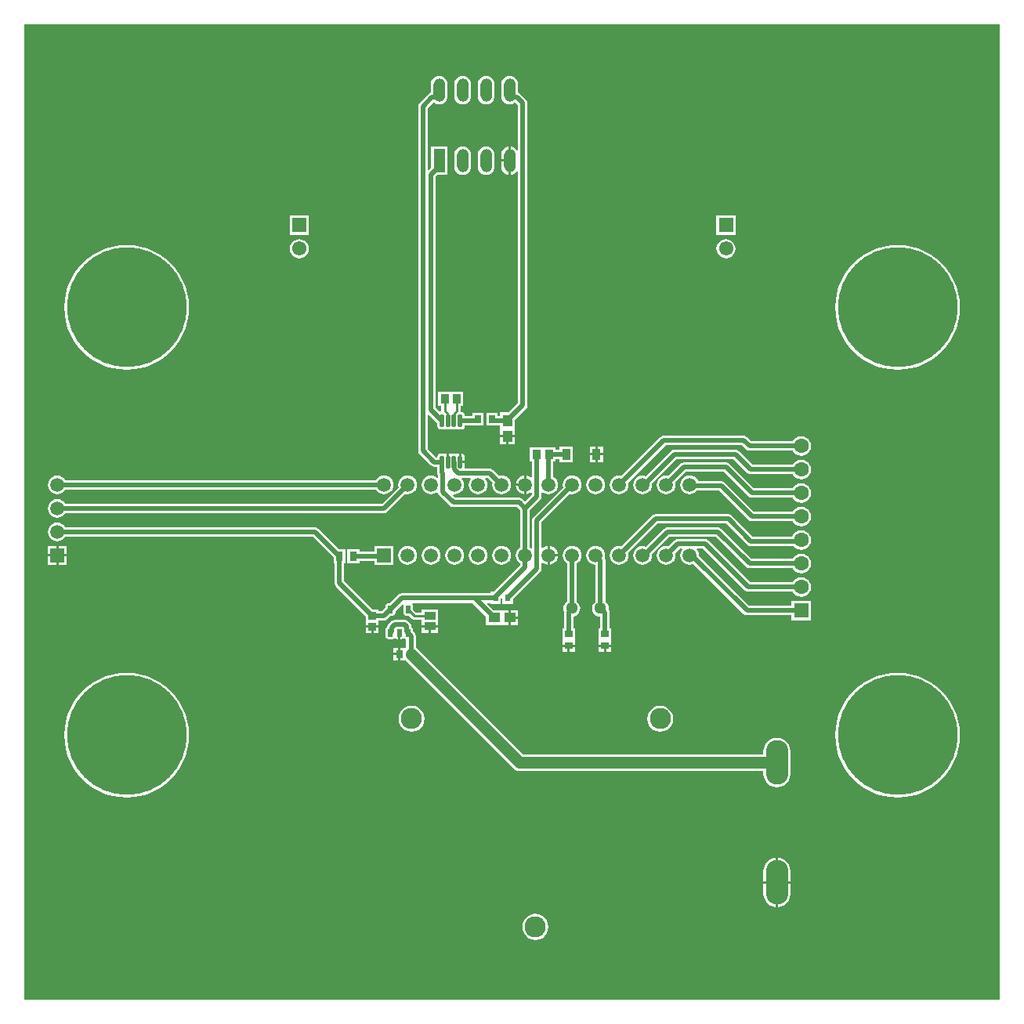
<source format=gtl>
G04*
G04 #@! TF.GenerationSoftware,Altium Limited,Altium Designer,20.0.12 (288)*
G04*
G04 Layer_Physical_Order=1*
G04 Layer_Color=255*
%FSLAX24Y24*%
%MOIN*%
G70*
G01*
G75*
%ADD14C,0.0100*%
%ADD45R,0.0354X0.0413*%
%ADD46R,0.0358X0.0480*%
%ADD47R,0.0276X0.0354*%
G04:AMPARAMS|DCode=48|XSize=17.7mil|YSize=53.1mil|CornerRadius=1.9mil|HoleSize=0mil|Usage=FLASHONLY|Rotation=0.000|XOffset=0mil|YOffset=0mil|HoleType=Round|Shape=RoundedRectangle|*
%AMROUNDEDRECTD48*
21,1,0.0177,0.0493,0,0,0.0*
21,1,0.0138,0.0531,0,0,0.0*
1,1,0.0039,0.0069,-0.0246*
1,1,0.0039,-0.0069,-0.0246*
1,1,0.0039,-0.0069,0.0246*
1,1,0.0039,0.0069,0.0246*
%
%ADD48ROUNDEDRECTD48*%
%ADD49R,0.0433X0.0492*%
%ADD50R,0.0335X0.0295*%
%ADD51R,0.0354X0.0394*%
%ADD52R,0.0492X0.0433*%
%ADD53R,0.0335X0.0335*%
G04:AMPARAMS|DCode=54|XSize=21.7mil|YSize=31.5mil|CornerRadius=1.9mil|HoleSize=0mil|Usage=FLASHONLY|Rotation=180.000|XOffset=0mil|YOffset=0mil|HoleType=Round|Shape=RoundedRectangle|*
%AMROUNDEDRECTD54*
21,1,0.0217,0.0276,0,0,180.0*
21,1,0.0178,0.0315,0,0,180.0*
1,1,0.0039,-0.0089,0.0138*
1,1,0.0039,0.0089,0.0138*
1,1,0.0039,0.0089,-0.0138*
1,1,0.0039,-0.0089,-0.0138*
%
%ADD54ROUNDEDRECTD54*%
%ADD55R,0.0295X0.0335*%
%ADD56R,0.0512X0.0354*%
%ADD57R,0.0315X0.0394*%
%ADD58R,0.0236X0.0315*%
%ADD59C,0.0200*%
%ADD60C,0.0500*%
%ADD61C,0.0630*%
%ADD62R,0.0630X0.0630*%
%ADD63R,0.0500X0.1000*%
%ADD64O,0.0500X0.1000*%
%ADD65R,0.0610X0.0610*%
%ADD66C,0.0610*%
%ADD67C,0.5100*%
%ADD68C,0.0594*%
%ADD69R,0.0594X0.0594*%
%ADD70O,0.0949X0.1898*%
%ADD71C,0.0902*%
%ADD72C,0.0512*%
%ADD73C,0.0591*%
%ADD74R,0.0591X0.0591*%
G36*
X41500Y8850D02*
X0D01*
Y50350D01*
X41500D01*
Y8850D01*
D02*
G37*
%LPC*%
G36*
X19650Y48153D02*
X19559Y48141D01*
X19473Y48106D01*
X19400Y48050D01*
X19344Y47977D01*
X19309Y47891D01*
X19297Y47800D01*
Y47300D01*
X19309Y47209D01*
X19344Y47123D01*
X19400Y47050D01*
X19473Y46994D01*
X19559Y46959D01*
X19650Y46947D01*
X19741Y46959D01*
X19827Y46994D01*
X19900Y47050D01*
X19956Y47123D01*
X19991Y47209D01*
X20003Y47300D01*
Y47800D01*
X19991Y47891D01*
X19956Y47977D01*
X19900Y48050D01*
X19827Y48106D01*
X19741Y48141D01*
X19650Y48153D01*
D02*
G37*
G36*
X18650D02*
X18559Y48141D01*
X18473Y48106D01*
X18400Y48050D01*
X18344Y47977D01*
X18309Y47891D01*
X18297Y47800D01*
Y47300D01*
X18309Y47209D01*
X18344Y47123D01*
X18400Y47050D01*
X18473Y46994D01*
X18559Y46959D01*
X18650Y46947D01*
X18741Y46959D01*
X18827Y46994D01*
X18900Y47050D01*
X18956Y47123D01*
X18991Y47209D01*
X19003Y47300D01*
Y47800D01*
X18991Y47891D01*
X18956Y47977D01*
X18900Y48050D01*
X18827Y48106D01*
X18741Y48141D01*
X18650Y48153D01*
D02*
G37*
G36*
X17650D02*
X17559Y48141D01*
X17473Y48106D01*
X17400Y48050D01*
X17344Y47977D01*
X17309Y47891D01*
X17297Y47800D01*
Y47437D01*
X17265Y47431D01*
X17198Y47387D01*
X16806Y46994D01*
X16762Y46928D01*
X16746Y46850D01*
Y32200D01*
X16762Y32122D01*
X16806Y32056D01*
X17282Y31580D01*
X17282Y31580D01*
X17348Y31536D01*
X17426Y31520D01*
X17562D01*
Y31284D01*
X17578Y31206D01*
X17596Y31178D01*
Y31086D01*
X17546Y31061D01*
X17500Y31097D01*
X17404Y31137D01*
X17300Y31150D01*
X17196Y31137D01*
X17100Y31097D01*
X17017Y31033D01*
X16953Y30950D01*
X16913Y30854D01*
X16900Y30750D01*
X16913Y30646D01*
X16953Y30550D01*
X17017Y30467D01*
X17100Y30403D01*
X17196Y30363D01*
X17300Y30350D01*
X17404Y30363D01*
X17500Y30403D01*
X17547Y30439D01*
X17602Y30419D01*
X17612Y30372D01*
X17656Y30306D01*
X18106Y29856D01*
X18172Y29812D01*
X18250Y29796D01*
X20966D01*
X21096Y29666D01*
Y28094D01*
X21017Y28033D01*
X20953Y27950D01*
X20913Y27854D01*
X20900Y27750D01*
X20913Y27646D01*
X20953Y27550D01*
X21017Y27467D01*
X21096Y27406D01*
Y27334D01*
X19969Y26207D01*
X19832D01*
Y26135D01*
X16055D01*
X15977Y26119D01*
X15911Y26075D01*
X15547Y25712D01*
X15487D01*
X15441Y25703D01*
X15401Y25676D01*
X15375Y25637D01*
X15365Y25590D01*
Y25530D01*
X15216Y25380D01*
X15067D01*
Y25444D01*
X14821D01*
X13609Y26656D01*
Y27403D01*
X13662D01*
Y27997D01*
X13396D01*
X12499Y28894D01*
X12433Y28938D01*
X12355Y28954D01*
X1742D01*
X1682Y29032D01*
X1599Y29095D01*
X1503Y29135D01*
X1400Y29149D01*
X1297Y29135D01*
X1201Y29095D01*
X1118Y29032D01*
X1055Y28949D01*
X1015Y28853D01*
X1001Y28750D01*
X1015Y28647D01*
X1055Y28551D01*
X1118Y28468D01*
X1201Y28405D01*
X1297Y28365D01*
X1400Y28351D01*
X1503Y28365D01*
X1599Y28405D01*
X1682Y28468D01*
X1742Y28546D01*
X12270D01*
X13147Y27669D01*
Y27403D01*
X13201D01*
Y26572D01*
X13216Y26494D01*
X13261Y26427D01*
X14533Y25155D01*
Y24909D01*
Y24774D01*
X14800D01*
X15067D01*
Y24972D01*
X15300D01*
X15378Y24988D01*
X15445Y25032D01*
X15605Y25192D01*
X15665D01*
X15711Y25201D01*
X15751Y25228D01*
X15777Y25267D01*
X15787Y25314D01*
Y25374D01*
X16090Y25677D01*
X16129Y25646D01*
X16123Y25637D01*
X16113Y25590D01*
Y25314D01*
X16123Y25267D01*
X16149Y25228D01*
X16189Y25201D01*
X16235Y25192D01*
X16368D01*
X16501Y25058D01*
X16551Y25025D01*
X16609Y25014D01*
X16894D01*
Y24783D01*
X17250D01*
X17606D01*
Y24889D01*
Y25444D01*
X16894D01*
Y25319D01*
X16673D01*
X16535Y25458D01*
Y25590D01*
X16525Y25637D01*
X16499Y25676D01*
X16498Y25677D01*
X16513Y25727D01*
X19066D01*
X19635Y25158D01*
Y24783D01*
X20600D01*
Y25100D01*
Y25417D01*
X19953D01*
X19689Y25681D01*
X19708Y25727D01*
X19832D01*
Y25693D01*
X20268D01*
Y25923D01*
X20296Y25946D01*
X20344Y25925D01*
Y25693D01*
X20780D01*
Y25880D01*
X21944Y27044D01*
X21988Y27110D01*
X22004Y27188D01*
X22004Y27188D01*
Y27414D01*
X22054Y27439D01*
X22100Y27403D01*
X22196Y27363D01*
X22250Y27356D01*
Y27750D01*
Y28144D01*
X22196Y28137D01*
X22100Y28097D01*
X22054Y28061D01*
X22004Y28086D01*
Y29166D01*
X23201Y30363D01*
X23300Y30350D01*
X23404Y30363D01*
X23500Y30403D01*
X23583Y30467D01*
X23647Y30550D01*
X23687Y30646D01*
X23700Y30750D01*
X23687Y30854D01*
X23647Y30950D01*
X23583Y31033D01*
X23500Y31097D01*
X23404Y31137D01*
X23300Y31150D01*
X23196Y31137D01*
X23100Y31097D01*
X23017Y31033D01*
X22953Y30950D01*
X22913Y30854D01*
X22900Y30750D01*
X22913Y30651D01*
X21656Y29394D01*
X21612Y29328D01*
X21596Y29250D01*
Y28086D01*
X21546Y28061D01*
X21504Y28094D01*
Y29666D01*
X21941Y30103D01*
X21985Y30169D01*
X22001Y30247D01*
Y30416D01*
X22051Y30441D01*
X22100Y30403D01*
X22196Y30363D01*
X22300Y30350D01*
X22404Y30363D01*
X22500Y30403D01*
X22583Y30467D01*
X22647Y30550D01*
X22687Y30646D01*
X22700Y30750D01*
X22687Y30854D01*
X22647Y30950D01*
X22583Y31033D01*
X22504Y31094D01*
Y31743D01*
X22593D01*
Y31846D01*
X22777D01*
Y31710D01*
X23335D01*
Y32390D01*
X22777D01*
Y32254D01*
X22593D01*
Y32357D01*
X21507D01*
Y31743D01*
X21580D01*
Y31092D01*
X21535Y31070D01*
X21500Y31097D01*
X21404Y31137D01*
X21350Y31144D01*
Y30750D01*
Y30356D01*
X21404Y30363D01*
X21500Y30403D01*
X21543Y30436D01*
X21593Y30412D01*
Y30331D01*
X21300Y30038D01*
X21194Y30144D01*
X21128Y30188D01*
X21050Y30204D01*
X18334D01*
X18230Y30309D01*
X18253Y30356D01*
X18300Y30350D01*
X18404Y30363D01*
X18500Y30403D01*
X18583Y30467D01*
X18647Y30550D01*
X18687Y30646D01*
X18700Y30750D01*
X18687Y30854D01*
X18647Y30950D01*
X18611Y30996D01*
X18636Y31046D01*
X18964D01*
X18989Y30996D01*
X18953Y30950D01*
X18913Y30854D01*
X18900Y30750D01*
X18913Y30646D01*
X18953Y30550D01*
X19017Y30467D01*
X19100Y30403D01*
X19196Y30363D01*
X19300Y30350D01*
X19404Y30363D01*
X19500Y30403D01*
X19583Y30467D01*
X19647Y30550D01*
X19687Y30646D01*
X19700Y30750D01*
X19687Y30854D01*
X19647Y30950D01*
X19611Y30996D01*
X19636Y31046D01*
X19716D01*
X19913Y30849D01*
X19900Y30750D01*
X19913Y30646D01*
X19953Y30550D01*
X20017Y30467D01*
X20100Y30403D01*
X20196Y30363D01*
X20300Y30350D01*
X20404Y30363D01*
X20500Y30403D01*
X20583Y30467D01*
X20647Y30550D01*
X20687Y30646D01*
X20700Y30750D01*
X20687Y30854D01*
X20647Y30950D01*
X20583Y31033D01*
X20500Y31097D01*
X20404Y31137D01*
X20300Y31150D01*
X20201Y31137D01*
X19944Y31394D01*
X19878Y31438D01*
X19800Y31454D01*
X18744D01*
X18725Y31478D01*
Y31674D01*
X18534D01*
Y31724D01*
X18500D01*
X18488Y31780D01*
X18484Y31787D01*
Y32092D01*
X18465D01*
X18418Y32083D01*
X18406Y32075D01*
X18394Y32083D01*
X18347Y32092D01*
X18209D01*
X18162Y32083D01*
X18150Y32075D01*
X18138Y32083D01*
X18091Y32092D01*
X18072D01*
Y31724D01*
X17972D01*
Y32092D01*
X17953D01*
X17906Y32083D01*
X17894Y32075D01*
X17882Y32083D01*
X17835Y32092D01*
X17697D01*
X17650Y32083D01*
X17611Y32056D01*
X17584Y32017D01*
X17575Y31970D01*
Y31928D01*
X17510D01*
X17154Y32284D01*
Y33729D01*
X17204Y33750D01*
X17542Y33411D01*
X17545Y33398D01*
X17575Y33353D01*
Y33230D01*
X17584Y33183D01*
X17611Y33144D01*
X17650Y33117D01*
X17697Y33108D01*
X17835D01*
X17882Y33117D01*
X17894Y33125D01*
X17906Y33117D01*
X17953Y33108D01*
X18091D01*
X18138Y33117D01*
X18150Y33125D01*
X18162Y33117D01*
X18209Y33108D01*
X18347D01*
X18394Y33117D01*
X18406Y33125D01*
X18418Y33117D01*
X18465Y33108D01*
X18603D01*
X18650Y33117D01*
X18689Y33144D01*
X18716Y33183D01*
X18725Y33230D01*
Y33272D01*
X19267D01*
X19271Y33273D01*
X19543D01*
Y33827D01*
X19067D01*
Y33680D01*
X18725D01*
Y33722D01*
X18716Y33769D01*
X18689Y33808D01*
X18650Y33835D01*
X18603Y33844D01*
X18582D01*
X18550Y33883D01*
X18553Y33897D01*
Y34103D01*
X18677D01*
Y34697D01*
X17611D01*
Y34103D01*
X17735D01*
Y33909D01*
X17695Y33875D01*
X17658Y33873D01*
X17504Y34027D01*
Y43866D01*
X17588Y43950D01*
X18000D01*
Y45150D01*
X17300D01*
Y44238D01*
X17204Y44142D01*
X17154Y44163D01*
Y46766D01*
X17422Y47034D01*
X17473Y46994D01*
X17559Y46959D01*
X17650Y46947D01*
X17741Y46959D01*
X17827Y46994D01*
X17900Y47050D01*
X17956Y47123D01*
X17991Y47209D01*
X18003Y47300D01*
Y47800D01*
X17991Y47891D01*
X17981Y47916D01*
X17977Y47935D01*
X17966Y47952D01*
X17956Y47977D01*
X17900Y48050D01*
X17827Y48106D01*
X17741Y48141D01*
X17650Y48153D01*
D02*
G37*
G36*
X20650D02*
X20559Y48141D01*
X20473Y48106D01*
X20400Y48050D01*
X20344Y47977D01*
X20309Y47891D01*
X20297Y47800D01*
Y47300D01*
X20309Y47209D01*
X20344Y47123D01*
X20400Y47050D01*
X20473Y46994D01*
X20559Y46959D01*
X20650Y46947D01*
X20741Y46959D01*
X20827Y46994D01*
X20878Y47034D01*
X20996Y46916D01*
Y45004D01*
X20946Y44989D01*
X20900Y45050D01*
X20827Y45106D01*
X20741Y45141D01*
X20700Y45146D01*
Y44550D01*
Y43954D01*
X20741Y43959D01*
X20827Y43994D01*
X20900Y44050D01*
X20946Y44111D01*
X20996Y44096D01*
Y34219D01*
X20608Y33831D01*
X20233D01*
Y33689D01*
X20133D01*
Y33827D01*
X19657D01*
Y33273D01*
X20133D01*
Y33281D01*
X20233D01*
Y33139D01*
Y32865D01*
X20550D01*
X20867D01*
Y33139D01*
Y33513D01*
X21344Y33990D01*
X21344Y33990D01*
X21388Y34057D01*
X21404Y34135D01*
X21404Y34135D01*
Y47000D01*
X21388Y47078D01*
X21344Y47144D01*
X21102Y47387D01*
X21035Y47431D01*
X21003Y47437D01*
Y47800D01*
X20991Y47891D01*
X20956Y47977D01*
X20900Y48050D01*
X20827Y48106D01*
X20741Y48141D01*
X20650Y48153D01*
D02*
G37*
G36*
X20600Y45146D02*
X20559Y45141D01*
X20473Y45106D01*
X20400Y45050D01*
X20344Y44977D01*
X20309Y44891D01*
X20297Y44800D01*
Y44600D01*
X20600D01*
Y45146D01*
D02*
G37*
G36*
Y44500D02*
X20297D01*
Y44300D01*
X20309Y44209D01*
X20344Y44123D01*
X20400Y44050D01*
X20473Y43994D01*
X20559Y43959D01*
X20600Y43954D01*
Y44500D01*
D02*
G37*
G36*
X19650Y45153D02*
X19559Y45141D01*
X19473Y45106D01*
X19400Y45050D01*
X19344Y44977D01*
X19309Y44891D01*
X19297Y44800D01*
Y44300D01*
X19309Y44209D01*
X19344Y44123D01*
X19400Y44050D01*
X19473Y43994D01*
X19559Y43959D01*
X19650Y43947D01*
X19741Y43959D01*
X19827Y43994D01*
X19900Y44050D01*
X19956Y44123D01*
X19991Y44209D01*
X20003Y44300D01*
Y44800D01*
X19991Y44891D01*
X19956Y44977D01*
X19900Y45050D01*
X19827Y45106D01*
X19741Y45141D01*
X19650Y45153D01*
D02*
G37*
G36*
X18650D02*
X18559Y45141D01*
X18473Y45106D01*
X18400Y45050D01*
X18344Y44977D01*
X18309Y44891D01*
X18297Y44800D01*
Y44300D01*
X18309Y44209D01*
X18344Y44123D01*
X18400Y44050D01*
X18473Y43994D01*
X18559Y43959D01*
X18650Y43947D01*
X18741Y43959D01*
X18827Y43994D01*
X18900Y44050D01*
X18956Y44123D01*
X18991Y44209D01*
X19003Y44300D01*
Y44800D01*
X18991Y44891D01*
X18956Y44977D01*
X18900Y45050D01*
X18827Y45106D01*
X18741Y45141D01*
X18650Y45153D01*
D02*
G37*
G36*
X30255Y42205D02*
X29445D01*
Y41395D01*
X30255D01*
Y42205D01*
D02*
G37*
G36*
X12105D02*
X11295D01*
Y41395D01*
X12105D01*
Y42205D01*
D02*
G37*
G36*
X29850Y41209D02*
X29744Y41195D01*
X29646Y41154D01*
X29561Y41089D01*
X29496Y41004D01*
X29455Y40906D01*
X29441Y40800D01*
X29455Y40694D01*
X29496Y40596D01*
X29561Y40511D01*
X29646Y40446D01*
X29744Y40405D01*
X29850Y40391D01*
X29956Y40405D01*
X30054Y40446D01*
X30139Y40511D01*
X30204Y40596D01*
X30245Y40694D01*
X30259Y40800D01*
X30245Y40906D01*
X30204Y41004D01*
X30139Y41089D01*
X30054Y41154D01*
X29956Y41195D01*
X29850Y41209D01*
D02*
G37*
G36*
X11700D02*
X11594Y41195D01*
X11496Y41154D01*
X11411Y41089D01*
X11346Y41004D01*
X11305Y40906D01*
X11291Y40800D01*
X11305Y40694D01*
X11346Y40596D01*
X11411Y40511D01*
X11496Y40446D01*
X11594Y40405D01*
X11700Y40391D01*
X11806Y40405D01*
X11904Y40446D01*
X11989Y40511D01*
X12054Y40596D01*
X12095Y40694D01*
X12109Y40800D01*
X12095Y40906D01*
X12054Y41004D01*
X11989Y41089D01*
X11904Y41154D01*
X11806Y41195D01*
X11700Y41209D01*
D02*
G37*
G36*
X37150Y40954D02*
X36853Y40937D01*
X36559Y40888D01*
X36273Y40805D01*
X35998Y40691D01*
X35738Y40547D01*
X35495Y40375D01*
X35273Y40177D01*
X35075Y39955D01*
X34903Y39712D01*
X34759Y39452D01*
X34645Y39177D01*
X34562Y38891D01*
X34513Y38597D01*
X34496Y38300D01*
X34513Y38003D01*
X34562Y37709D01*
X34645Y37423D01*
X34759Y37148D01*
X34903Y36888D01*
X35075Y36645D01*
X35273Y36423D01*
X35495Y36225D01*
X35738Y36053D01*
X35998Y35909D01*
X36273Y35795D01*
X36559Y35712D01*
X36853Y35663D01*
X37150Y35646D01*
X37447Y35663D01*
X37741Y35712D01*
X38027Y35795D01*
X38302Y35909D01*
X38562Y36053D01*
X38805Y36225D01*
X39027Y36423D01*
X39225Y36645D01*
X39397Y36888D01*
X39541Y37148D01*
X39655Y37423D01*
X39738Y37709D01*
X39787Y38003D01*
X39804Y38300D01*
X39787Y38597D01*
X39738Y38891D01*
X39655Y39177D01*
X39541Y39452D01*
X39397Y39712D01*
X39225Y39955D01*
X39027Y40177D01*
X38805Y40375D01*
X38562Y40547D01*
X38302Y40691D01*
X38027Y40805D01*
X37741Y40888D01*
X37447Y40937D01*
X37150Y40954D01*
D02*
G37*
G36*
X4350D02*
X4053Y40937D01*
X3759Y40888D01*
X3473Y40805D01*
X3198Y40691D01*
X2938Y40547D01*
X2695Y40375D01*
X2473Y40177D01*
X2275Y39955D01*
X2103Y39712D01*
X1959Y39452D01*
X1845Y39177D01*
X1762Y38891D01*
X1713Y38597D01*
X1696Y38300D01*
X1713Y38003D01*
X1762Y37709D01*
X1845Y37423D01*
X1959Y37148D01*
X2103Y36888D01*
X2275Y36645D01*
X2473Y36423D01*
X2695Y36225D01*
X2938Y36053D01*
X3198Y35909D01*
X3473Y35795D01*
X3759Y35712D01*
X4053Y35663D01*
X4350Y35646D01*
X4647Y35663D01*
X4941Y35712D01*
X5227Y35795D01*
X5502Y35909D01*
X5762Y36053D01*
X6005Y36225D01*
X6227Y36423D01*
X6425Y36645D01*
X6597Y36888D01*
X6741Y37148D01*
X6855Y37423D01*
X6938Y37709D01*
X6987Y38003D01*
X7004Y38300D01*
X6987Y38597D01*
X6938Y38891D01*
X6855Y39177D01*
X6741Y39452D01*
X6597Y39712D01*
X6425Y39955D01*
X6227Y40177D01*
X6005Y40375D01*
X5762Y40547D01*
X5502Y40691D01*
X5227Y40805D01*
X4941Y40888D01*
X4647Y40937D01*
X4350Y40954D01*
D02*
G37*
G36*
X20867Y32765D02*
X20600D01*
Y32469D01*
X20867D01*
Y32765D01*
D02*
G37*
G36*
X20500D02*
X20233D01*
Y32469D01*
X20500D01*
Y32765D01*
D02*
G37*
G36*
X24623Y32390D02*
X24394D01*
Y32100D01*
X24623D01*
Y32390D01*
D02*
G37*
G36*
X24294D02*
X24065D01*
Y32100D01*
X24294D01*
Y32390D01*
D02*
G37*
G36*
X30600Y32854D02*
X27200D01*
X27122Y32838D01*
X27056Y32794D01*
X25399Y31137D01*
X25300Y31150D01*
X25196Y31137D01*
X25100Y31097D01*
X25017Y31033D01*
X24953Y30950D01*
X24913Y30854D01*
X24900Y30750D01*
X24913Y30646D01*
X24953Y30550D01*
X25017Y30467D01*
X25100Y30403D01*
X25196Y30363D01*
X25300Y30350D01*
X25404Y30363D01*
X25500Y30403D01*
X25583Y30467D01*
X25647Y30550D01*
X25687Y30646D01*
X25700Y30750D01*
X25687Y30849D01*
X27284Y32446D01*
X30516D01*
X30706Y32256D01*
X30772Y32212D01*
X30850Y32196D01*
X32685D01*
X32688Y32191D01*
X32754Y32104D01*
X32841Y32038D01*
X32942Y31996D01*
X33050Y31981D01*
X33158Y31996D01*
X33259Y32038D01*
X33346Y32104D01*
X33412Y32191D01*
X33454Y32292D01*
X33469Y32400D01*
X33454Y32508D01*
X33412Y32609D01*
X33346Y32696D01*
X33259Y32762D01*
X33158Y32804D01*
X33050Y32819D01*
X32942Y32804D01*
X32841Y32762D01*
X32754Y32696D01*
X32688Y32609D01*
X32685Y32604D01*
X30934D01*
X30744Y32794D01*
X30678Y32838D01*
X30600Y32854D01*
D02*
G37*
G36*
X18603Y32092D02*
X18584D01*
Y31774D01*
X18725D01*
Y31970D01*
X18716Y32017D01*
X18689Y32056D01*
X18650Y32083D01*
X18603Y32092D01*
D02*
G37*
G36*
X24623Y32000D02*
X24394D01*
Y31710D01*
X24623D01*
Y32000D01*
D02*
G37*
G36*
X24294D02*
X24065D01*
Y31710D01*
X24294D01*
Y32000D01*
D02*
G37*
G36*
X27650Y32254D02*
X27572Y32238D01*
X27506Y32194D01*
X26435Y31124D01*
X26404Y31137D01*
X26300Y31150D01*
X26196Y31137D01*
X26100Y31097D01*
X26017Y31033D01*
X25953Y30950D01*
X25913Y30854D01*
X25900Y30750D01*
X25913Y30646D01*
X25953Y30550D01*
X26017Y30467D01*
X26100Y30403D01*
X26196Y30363D01*
X26300Y30350D01*
X26404Y30363D01*
X26500Y30403D01*
X26583Y30467D01*
X26647Y30550D01*
X26687Y30646D01*
X26700Y30750D01*
X26693Y30805D01*
X27734Y31846D01*
X30166D01*
X30756Y31256D01*
X30822Y31212D01*
X30900Y31196D01*
X32685D01*
X32688Y31191D01*
X32754Y31104D01*
X32841Y31038D01*
X32942Y30996D01*
X33050Y30981D01*
X33158Y30996D01*
X33259Y31038D01*
X33346Y31104D01*
X33412Y31191D01*
X33454Y31292D01*
X33469Y31400D01*
X33454Y31508D01*
X33412Y31609D01*
X33346Y31696D01*
X33259Y31762D01*
X33158Y31804D01*
X33050Y31819D01*
X32942Y31804D01*
X32841Y31762D01*
X32754Y31696D01*
X32688Y31609D01*
X32685Y31604D01*
X30984D01*
X30394Y32194D01*
X30328Y32238D01*
X30250Y32254D01*
X27650D01*
X27650Y32254D01*
D02*
G37*
G36*
X15300Y31150D02*
X15196Y31137D01*
X15100Y31097D01*
X15017Y31033D01*
X14956Y30954D01*
X1742D01*
X1682Y31032D01*
X1599Y31095D01*
X1503Y31135D01*
X1400Y31149D01*
X1297Y31135D01*
X1201Y31095D01*
X1118Y31032D01*
X1055Y30949D01*
X1015Y30853D01*
X1001Y30750D01*
X1015Y30647D01*
X1055Y30551D01*
X1118Y30468D01*
X1201Y30405D01*
X1297Y30365D01*
X1400Y30351D01*
X1503Y30365D01*
X1599Y30405D01*
X1682Y30468D01*
X1742Y30546D01*
X14956D01*
X15017Y30467D01*
X15100Y30403D01*
X15196Y30363D01*
X15300Y30350D01*
X15404Y30363D01*
X15500Y30403D01*
X15583Y30467D01*
X15647Y30550D01*
X15687Y30646D01*
X15700Y30750D01*
X15687Y30854D01*
X15647Y30950D01*
X15583Y31033D01*
X15500Y31097D01*
X15404Y31137D01*
X15300Y31150D01*
D02*
G37*
G36*
X21250Y31144D02*
X21196Y31137D01*
X21100Y31097D01*
X21017Y31033D01*
X20953Y30950D01*
X20913Y30854D01*
X20906Y30800D01*
X21250D01*
Y31144D01*
D02*
G37*
G36*
Y30700D02*
X20906D01*
X20913Y30646D01*
X20953Y30550D01*
X21017Y30467D01*
X21100Y30403D01*
X21196Y30363D01*
X21250Y30356D01*
Y30700D01*
D02*
G37*
G36*
X24300Y31150D02*
X24196Y31137D01*
X24100Y31097D01*
X24017Y31033D01*
X23953Y30950D01*
X23913Y30854D01*
X23900Y30750D01*
X23913Y30646D01*
X23953Y30550D01*
X24017Y30467D01*
X24100Y30403D01*
X24196Y30363D01*
X24300Y30350D01*
X24404Y30363D01*
X24500Y30403D01*
X24583Y30467D01*
X24647Y30550D01*
X24687Y30646D01*
X24700Y30750D01*
X24687Y30854D01*
X24647Y30950D01*
X24583Y31033D01*
X24500Y31097D01*
X24404Y31137D01*
X24300Y31150D01*
D02*
G37*
G36*
X16300D02*
X16196Y31137D01*
X16100Y31097D01*
X16017Y31033D01*
X15953Y30950D01*
X15913Y30854D01*
X15900Y30750D01*
X15913Y30651D01*
X15216Y29954D01*
X1742D01*
X1682Y30032D01*
X1599Y30095D01*
X1503Y30135D01*
X1400Y30149D01*
X1297Y30135D01*
X1201Y30095D01*
X1118Y30032D01*
X1055Y29949D01*
X1015Y29853D01*
X1001Y29750D01*
X1015Y29647D01*
X1055Y29551D01*
X1118Y29468D01*
X1201Y29405D01*
X1297Y29365D01*
X1400Y29351D01*
X1503Y29365D01*
X1599Y29405D01*
X1682Y29468D01*
X1742Y29546D01*
X15300D01*
X15378Y29562D01*
X15444Y29606D01*
X16201Y30363D01*
X16300Y30350D01*
X16404Y30363D01*
X16500Y30403D01*
X16583Y30467D01*
X16647Y30550D01*
X16687Y30646D01*
X16700Y30750D01*
X16687Y30854D01*
X16647Y30950D01*
X16583Y31033D01*
X16500Y31097D01*
X16404Y31137D01*
X16300Y31150D01*
D02*
G37*
G36*
X29850Y31704D02*
X28050D01*
X27972Y31688D01*
X27906Y31644D01*
X27399Y31137D01*
X27300Y31150D01*
X27196Y31137D01*
X27100Y31097D01*
X27017Y31033D01*
X26953Y30950D01*
X26913Y30854D01*
X26900Y30750D01*
X26913Y30646D01*
X26953Y30550D01*
X27017Y30467D01*
X27100Y30403D01*
X27196Y30363D01*
X27300Y30350D01*
X27404Y30363D01*
X27500Y30403D01*
X27583Y30467D01*
X27647Y30550D01*
X27687Y30646D01*
X27700Y30750D01*
X27687Y30849D01*
X28134Y31296D01*
X29766D01*
X30806Y30256D01*
X30872Y30212D01*
X30950Y30196D01*
X32685D01*
X32688Y30191D01*
X32754Y30104D01*
X32841Y30038D01*
X32942Y29996D01*
X33050Y29981D01*
X33158Y29996D01*
X33259Y30038D01*
X33346Y30104D01*
X33412Y30191D01*
X33454Y30292D01*
X33469Y30400D01*
X33454Y30508D01*
X33412Y30609D01*
X33346Y30696D01*
X33259Y30762D01*
X33158Y30804D01*
X33050Y30819D01*
X32942Y30804D01*
X32841Y30762D01*
X32754Y30696D01*
X32688Y30609D01*
X32685Y30604D01*
X31034D01*
X29994Y31644D01*
X29928Y31688D01*
X29850Y31704D01*
D02*
G37*
G36*
X28300Y31150D02*
X28196Y31137D01*
X28100Y31097D01*
X28017Y31033D01*
X27953Y30950D01*
X27913Y30854D01*
X27900Y30750D01*
X27913Y30646D01*
X27953Y30550D01*
X28017Y30467D01*
X28100Y30403D01*
X28196Y30363D01*
X28300Y30350D01*
X28404Y30363D01*
X28500Y30403D01*
X28583Y30467D01*
X28605Y30496D01*
X29566D01*
X30806Y29256D01*
X30872Y29212D01*
X30950Y29196D01*
X30950Y29196D01*
X32685D01*
X32688Y29191D01*
X32754Y29104D01*
X32841Y29038D01*
X32942Y28996D01*
X33050Y28981D01*
X33158Y28996D01*
X33259Y29038D01*
X33346Y29104D01*
X33412Y29191D01*
X33454Y29292D01*
X33469Y29400D01*
X33454Y29508D01*
X33412Y29609D01*
X33346Y29696D01*
X33259Y29762D01*
X33158Y29804D01*
X33050Y29819D01*
X32942Y29804D01*
X32841Y29762D01*
X32754Y29696D01*
X32688Y29609D01*
X32685Y29604D01*
X31034D01*
X29794Y30844D01*
X29728Y30888D01*
X29650Y30904D01*
X28666D01*
X28647Y30950D01*
X28583Y31033D01*
X28500Y31097D01*
X28404Y31137D01*
X28300Y31150D01*
D02*
G37*
G36*
X28950Y28454D02*
X27800D01*
X27722Y28438D01*
X27656Y28394D01*
X27399Y28137D01*
X27300Y28150D01*
X27196Y28137D01*
X27100Y28097D01*
X27017Y28033D01*
X26953Y27950D01*
X26913Y27854D01*
X26900Y27750D01*
X26913Y27646D01*
X26953Y27550D01*
X27017Y27467D01*
X27100Y27403D01*
X27196Y27363D01*
X27300Y27350D01*
X27404Y27363D01*
X27500Y27403D01*
X27583Y27467D01*
X27647Y27550D01*
X27687Y27646D01*
X27700Y27750D01*
X27687Y27849D01*
X27884Y28046D01*
X27964D01*
X27989Y27996D01*
X27953Y27950D01*
X27913Y27854D01*
X27900Y27750D01*
X27913Y27646D01*
X27953Y27550D01*
X28017Y27467D01*
X28100Y27403D01*
X28196Y27363D01*
X28300Y27350D01*
X28404Y27363D01*
X28471Y27391D01*
X30606Y25256D01*
X30672Y25212D01*
X30750Y25196D01*
X32635D01*
Y24985D01*
X33465D01*
Y25815D01*
X32635D01*
Y25604D01*
X30834D01*
X28699Y27739D01*
X28700Y27750D01*
X28687Y27854D01*
X28647Y27950D01*
X28611Y27996D01*
X28636Y28046D01*
X28866D01*
X30656Y26256D01*
X30722Y26212D01*
X30800Y26196D01*
X32685D01*
X32688Y26191D01*
X32754Y26104D01*
X32841Y26038D01*
X32942Y25996D01*
X33050Y25981D01*
X33158Y25996D01*
X33259Y26038D01*
X33346Y26104D01*
X33412Y26191D01*
X33454Y26292D01*
X33469Y26400D01*
X33454Y26508D01*
X33412Y26609D01*
X33346Y26696D01*
X33259Y26762D01*
X33158Y26804D01*
X33050Y26819D01*
X32942Y26804D01*
X32841Y26762D01*
X32754Y26696D01*
X32688Y26609D01*
X32685Y26604D01*
X30884D01*
X29094Y28394D01*
X29028Y28438D01*
X28950Y28454D01*
D02*
G37*
G36*
X29950Y29504D02*
X26850D01*
X26772Y29488D01*
X26706Y29444D01*
X25399Y28137D01*
X25300Y28150D01*
X25196Y28137D01*
X25100Y28097D01*
X25017Y28033D01*
X24953Y27950D01*
X24913Y27854D01*
X24900Y27750D01*
X24913Y27646D01*
X24953Y27550D01*
X25017Y27467D01*
X25100Y27403D01*
X25196Y27363D01*
X25300Y27350D01*
X25404Y27363D01*
X25500Y27403D01*
X25583Y27467D01*
X25647Y27550D01*
X25687Y27646D01*
X25700Y27750D01*
X25687Y27849D01*
X26934Y29096D01*
X29866D01*
X30756Y28206D01*
X30822Y28162D01*
X30900Y28146D01*
X32722D01*
X32754Y28104D01*
X32841Y28038D01*
X32942Y27996D01*
X33050Y27981D01*
X33158Y27996D01*
X33259Y28038D01*
X33346Y28104D01*
X33412Y28191D01*
X33454Y28292D01*
X33469Y28400D01*
X33454Y28508D01*
X33412Y28609D01*
X33346Y28696D01*
X33259Y28762D01*
X33158Y28804D01*
X33050Y28819D01*
X32942Y28804D01*
X32841Y28762D01*
X32754Y28696D01*
X32688Y28609D01*
X32665Y28554D01*
X30984D01*
X30094Y29444D01*
X30028Y29488D01*
X29950Y29504D01*
D02*
G37*
G36*
X15697Y28147D02*
X14903D01*
Y27904D01*
X14253D01*
Y27997D01*
X13738D01*
Y27403D01*
X14253D01*
Y27496D01*
X14903D01*
Y27353D01*
X15697D01*
Y28147D01*
D02*
G37*
G36*
X22350Y28144D02*
Y27800D01*
X22694D01*
X22687Y27854D01*
X22647Y27950D01*
X22583Y28033D01*
X22500Y28097D01*
X22404Y28137D01*
X22350Y28144D01*
D02*
G37*
G36*
X1795Y28145D02*
X1450D01*
Y27800D01*
X1795D01*
Y28145D01*
D02*
G37*
G36*
X1350D02*
X1005D01*
Y27800D01*
X1350D01*
Y28145D01*
D02*
G37*
G36*
X22694Y27700D02*
X22350D01*
Y27356D01*
X22404Y27363D01*
X22500Y27403D01*
X22583Y27467D01*
X22647Y27550D01*
X22687Y27646D01*
X22694Y27700D01*
D02*
G37*
G36*
X1795D02*
X1450D01*
Y27355D01*
X1795D01*
Y27700D01*
D02*
G37*
G36*
X1350D02*
X1005D01*
Y27355D01*
X1350D01*
Y27700D01*
D02*
G37*
G36*
X20300Y28150D02*
X20196Y28137D01*
X20100Y28097D01*
X20017Y28033D01*
X19953Y27950D01*
X19913Y27854D01*
X19900Y27750D01*
X19913Y27646D01*
X19953Y27550D01*
X20017Y27467D01*
X20100Y27403D01*
X20196Y27363D01*
X20300Y27350D01*
X20404Y27363D01*
X20500Y27403D01*
X20583Y27467D01*
X20647Y27550D01*
X20687Y27646D01*
X20700Y27750D01*
X20687Y27854D01*
X20647Y27950D01*
X20583Y28033D01*
X20500Y28097D01*
X20404Y28137D01*
X20300Y28150D01*
D02*
G37*
G36*
X19300D02*
X19196Y28137D01*
X19100Y28097D01*
X19017Y28033D01*
X18953Y27950D01*
X18913Y27854D01*
X18900Y27750D01*
X18913Y27646D01*
X18953Y27550D01*
X19017Y27467D01*
X19100Y27403D01*
X19196Y27363D01*
X19300Y27350D01*
X19404Y27363D01*
X19500Y27403D01*
X19583Y27467D01*
X19647Y27550D01*
X19687Y27646D01*
X19700Y27750D01*
X19687Y27854D01*
X19647Y27950D01*
X19583Y28033D01*
X19500Y28097D01*
X19404Y28137D01*
X19300Y28150D01*
D02*
G37*
G36*
X18300D02*
X18196Y28137D01*
X18100Y28097D01*
X18017Y28033D01*
X17953Y27950D01*
X17913Y27854D01*
X17900Y27750D01*
X17913Y27646D01*
X17953Y27550D01*
X18017Y27467D01*
X18100Y27403D01*
X18196Y27363D01*
X18300Y27350D01*
X18404Y27363D01*
X18500Y27403D01*
X18583Y27467D01*
X18647Y27550D01*
X18687Y27646D01*
X18700Y27750D01*
X18687Y27854D01*
X18647Y27950D01*
X18583Y28033D01*
X18500Y28097D01*
X18404Y28137D01*
X18300Y28150D01*
D02*
G37*
G36*
X17300D02*
X17196Y28137D01*
X17100Y28097D01*
X17017Y28033D01*
X16953Y27950D01*
X16913Y27854D01*
X16900Y27750D01*
X16913Y27646D01*
X16953Y27550D01*
X17017Y27467D01*
X17100Y27403D01*
X17196Y27363D01*
X17300Y27350D01*
X17404Y27363D01*
X17500Y27403D01*
X17583Y27467D01*
X17647Y27550D01*
X17687Y27646D01*
X17700Y27750D01*
X17687Y27854D01*
X17647Y27950D01*
X17583Y28033D01*
X17500Y28097D01*
X17404Y28137D01*
X17300Y28150D01*
D02*
G37*
G36*
X16300D02*
X16196Y28137D01*
X16100Y28097D01*
X16017Y28033D01*
X15953Y27950D01*
X15913Y27854D01*
X15900Y27750D01*
X15913Y27646D01*
X15953Y27550D01*
X16017Y27467D01*
X16100Y27403D01*
X16196Y27363D01*
X16300Y27350D01*
X16404Y27363D01*
X16500Y27403D01*
X16583Y27467D01*
X16647Y27550D01*
X16687Y27646D01*
X16700Y27750D01*
X16687Y27854D01*
X16647Y27950D01*
X16583Y28033D01*
X16500Y28097D01*
X16404Y28137D01*
X16300Y28150D01*
D02*
G37*
G36*
X27357Y28954D02*
X27279Y28938D01*
X27213Y28894D01*
X27213Y28894D01*
X26440Y28121D01*
X26404Y28137D01*
X26300Y28150D01*
X26196Y28137D01*
X26100Y28097D01*
X26017Y28033D01*
X25953Y27950D01*
X25913Y27854D01*
X25900Y27750D01*
X25913Y27646D01*
X25953Y27550D01*
X26017Y27467D01*
X26100Y27403D01*
X26196Y27363D01*
X26300Y27350D01*
X26404Y27363D01*
X26500Y27403D01*
X26583Y27467D01*
X26647Y27550D01*
X26687Y27646D01*
X26700Y27750D01*
X26694Y27798D01*
X27442Y28546D01*
X29416D01*
X30706Y27256D01*
X30772Y27212D01*
X30850Y27196D01*
X32685D01*
X32688Y27191D01*
X32754Y27104D01*
X32841Y27038D01*
X32942Y26996D01*
X33050Y26981D01*
X33158Y26996D01*
X33259Y27038D01*
X33346Y27104D01*
X33412Y27191D01*
X33454Y27292D01*
X33469Y27400D01*
X33454Y27508D01*
X33412Y27609D01*
X33346Y27696D01*
X33259Y27762D01*
X33158Y27804D01*
X33050Y27819D01*
X32942Y27804D01*
X32841Y27762D01*
X32754Y27696D01*
X32688Y27609D01*
X32685Y27604D01*
X30934D01*
X29644Y28894D01*
X29578Y28938D01*
X29500Y28954D01*
X27357D01*
X27357Y28954D01*
D02*
G37*
G36*
X20996Y25417D02*
X20700D01*
Y25150D01*
X20996D01*
Y25417D01*
D02*
G37*
G36*
Y25050D02*
X20700D01*
Y24783D01*
X20996D01*
Y25050D01*
D02*
G37*
G36*
X17606Y24683D02*
X17300D01*
Y24456D01*
X17606D01*
Y24683D01*
D02*
G37*
G36*
X17200D02*
X16894D01*
Y24456D01*
X17200D01*
Y24683D01*
D02*
G37*
G36*
X15067Y24674D02*
X14850D01*
Y24456D01*
X15067D01*
Y24674D01*
D02*
G37*
G36*
X14750D02*
X14533D01*
Y24456D01*
X14750D01*
Y24674D01*
D02*
G37*
G36*
X23300Y28150D02*
X23196Y28137D01*
X23100Y28097D01*
X23017Y28033D01*
X22953Y27950D01*
X22913Y27854D01*
X22900Y27750D01*
X22913Y27646D01*
X22953Y27550D01*
X23017Y27467D01*
X23086Y27414D01*
Y25792D01*
X23036Y25754D01*
X22979Y25679D01*
X22943Y25593D01*
X22931Y25500D01*
X22943Y25407D01*
X22951Y25387D01*
X22946Y25360D01*
Y24644D01*
X22883D01*
Y24148D01*
Y23954D01*
X23150D01*
X23417D01*
Y24148D01*
Y24644D01*
X23354D01*
Y25149D01*
X23383Y25153D01*
X23469Y25189D01*
X23544Y25246D01*
X23601Y25321D01*
X23637Y25407D01*
X23649Y25500D01*
X23637Y25593D01*
X23601Y25679D01*
X23544Y25754D01*
X23494Y25792D01*
Y27401D01*
X23500Y27403D01*
X23583Y27467D01*
X23647Y27550D01*
X23687Y27646D01*
X23700Y27750D01*
X23687Y27854D01*
X23647Y27950D01*
X23583Y28033D01*
X23500Y28097D01*
X23404Y28137D01*
X23300Y28150D01*
D02*
G37*
G36*
X24300D02*
X24196Y28137D01*
X24100Y28097D01*
X24017Y28033D01*
X23953Y27950D01*
X23913Y27854D01*
X23900Y27750D01*
X23913Y27646D01*
X23953Y27550D01*
X24017Y27467D01*
X24100Y27403D01*
X24196Y27363D01*
X24300Y27350D01*
X24306Y27344D01*
Y25792D01*
X24256Y25754D01*
X24199Y25679D01*
X24163Y25593D01*
X24151Y25500D01*
X24163Y25407D01*
X24199Y25321D01*
X24256Y25246D01*
X24331Y25189D01*
X24417Y25153D01*
X24496Y25143D01*
Y24644D01*
X24433D01*
Y24148D01*
Y23954D01*
X24700D01*
X24967D01*
Y24148D01*
Y24644D01*
X24904D01*
Y25310D01*
X24888Y25388D01*
X24860Y25431D01*
X24869Y25500D01*
X24857Y25593D01*
X24821Y25679D01*
X24764Y25754D01*
X24714Y25792D01*
Y27540D01*
X24699Y27618D01*
X24684Y27640D01*
X24687Y27646D01*
X24700Y27750D01*
X24687Y27854D01*
X24647Y27950D01*
X24583Y28033D01*
X24500Y28097D01*
X24404Y28137D01*
X24300Y28150D01*
D02*
G37*
G36*
X24967Y23854D02*
X24750D01*
Y23656D01*
X24967D01*
Y23854D01*
D02*
G37*
G36*
X24650D02*
X24433D01*
Y23656D01*
X24650D01*
Y23854D01*
D02*
G37*
G36*
X23417D02*
X23200D01*
Y23656D01*
X23417D01*
Y23854D01*
D02*
G37*
G36*
X23100D02*
X22883D01*
Y23656D01*
X23100D01*
Y23854D01*
D02*
G37*
G36*
X15904Y23817D02*
X15706D01*
Y23600D01*
X15904D01*
Y23817D01*
D02*
G37*
G36*
Y23500D02*
X15706D01*
Y23283D01*
X15904D01*
Y23500D01*
D02*
G37*
G36*
X27050Y21356D02*
X26906Y21337D01*
X26772Y21281D01*
X26657Y21193D01*
X26569Y21078D01*
X26513Y20944D01*
X26494Y20800D01*
X26513Y20656D01*
X26569Y20522D01*
X26657Y20407D01*
X26772Y20319D01*
X26906Y20263D01*
X27050Y20244D01*
X27194Y20263D01*
X27328Y20319D01*
X27443Y20407D01*
X27531Y20522D01*
X27587Y20656D01*
X27606Y20800D01*
X27587Y20944D01*
X27531Y21078D01*
X27443Y21193D01*
X27328Y21281D01*
X27194Y21337D01*
X27050Y21356D01*
D02*
G37*
G36*
X16471D02*
X16327Y21337D01*
X16193Y21281D01*
X16078Y21193D01*
X15990Y21078D01*
X15935Y20944D01*
X15916Y20800D01*
X15935Y20656D01*
X15990Y20522D01*
X16078Y20407D01*
X16193Y20319D01*
X16327Y20263D01*
X16471Y20244D01*
X16615Y20263D01*
X16749Y20319D01*
X16864Y20407D01*
X16952Y20522D01*
X17008Y20656D01*
X17027Y20800D01*
X17008Y20944D01*
X16952Y21078D01*
X16864Y21193D01*
X16749Y21281D01*
X16615Y21337D01*
X16471Y21356D01*
D02*
G37*
G36*
X16194Y25009D02*
X15756D01*
X15677Y24994D01*
X15611Y24950D01*
X15498Y24836D01*
X15453Y24770D01*
X15439Y24697D01*
X15401Y24672D01*
X15375Y24633D01*
X15365Y24586D01*
Y24310D01*
X15375Y24263D01*
X15401Y24224D01*
X15441Y24197D01*
X15487Y24188D01*
X15665D01*
X15711Y24197D01*
X15726Y24207D01*
X15763Y24220D01*
X15800Y24207D01*
X15815Y24197D01*
X15861Y24188D01*
X15900D01*
Y24448D01*
X16000D01*
Y24188D01*
X16039D01*
X16085Y24197D01*
X16125Y24224D01*
X16149D01*
X16189Y24197D01*
X16235Y24188D01*
X16242D01*
Y23830D01*
X16225Y23817D01*
X16004D01*
Y23550D01*
Y23283D01*
X16220D01*
X20818Y18684D01*
X20891Y18628D01*
X20976Y18593D01*
X21068Y18581D01*
X31439D01*
Y18459D01*
X31459Y18310D01*
X31517Y18170D01*
X31609Y18050D01*
X31729Y17958D01*
X31869Y17900D01*
X32018Y17880D01*
X32168Y17900D01*
X32308Y17958D01*
X32428Y18050D01*
X32520Y18170D01*
X32578Y18310D01*
X32598Y18459D01*
Y19408D01*
X32578Y19558D01*
X32520Y19698D01*
X32428Y19818D01*
X32308Y19910D01*
X32168Y19968D01*
X32018Y19988D01*
X31869Y19968D01*
X31729Y19910D01*
X31609Y19818D01*
X31517Y19698D01*
X31459Y19558D01*
X31439Y19408D01*
Y19287D01*
X21214D01*
X16701Y23800D01*
X16694Y23805D01*
Y23817D01*
X16678D01*
X16650Y23839D01*
Y24326D01*
X16634Y24404D01*
X16590Y24470D01*
X16535Y24526D01*
Y24586D01*
X16525Y24633D01*
X16499Y24672D01*
X16462Y24697D01*
Y24735D01*
X16447Y24813D01*
X16402Y24879D01*
X16357Y24925D01*
X16344Y24944D01*
X16339Y24950D01*
X16273Y24994D01*
X16194Y25009D01*
D02*
G37*
G36*
X37150Y22754D02*
X36853Y22737D01*
X36559Y22688D01*
X36273Y22605D01*
X35998Y22491D01*
X35738Y22347D01*
X35495Y22175D01*
X35273Y21977D01*
X35075Y21755D01*
X34903Y21512D01*
X34759Y21252D01*
X34645Y20977D01*
X34562Y20691D01*
X34513Y20397D01*
X34496Y20100D01*
X34513Y19803D01*
X34562Y19509D01*
X34645Y19223D01*
X34759Y18948D01*
X34903Y18688D01*
X35075Y18445D01*
X35273Y18223D01*
X35495Y18025D01*
X35738Y17853D01*
X35998Y17709D01*
X36273Y17595D01*
X36559Y17512D01*
X36853Y17463D01*
X37150Y17446D01*
X37447Y17463D01*
X37741Y17512D01*
X38027Y17595D01*
X38302Y17709D01*
X38562Y17853D01*
X38805Y18025D01*
X39027Y18223D01*
X39225Y18445D01*
X39397Y18688D01*
X39541Y18948D01*
X39655Y19223D01*
X39738Y19509D01*
X39787Y19803D01*
X39804Y20100D01*
X39787Y20397D01*
X39738Y20691D01*
X39655Y20977D01*
X39541Y21252D01*
X39397Y21512D01*
X39225Y21755D01*
X39027Y21977D01*
X38805Y22175D01*
X38562Y22347D01*
X38302Y22491D01*
X38027Y22605D01*
X37741Y22688D01*
X37447Y22737D01*
X37150Y22754D01*
D02*
G37*
G36*
X4350D02*
X4053Y22737D01*
X3759Y22688D01*
X3473Y22605D01*
X3198Y22491D01*
X2938Y22347D01*
X2695Y22175D01*
X2473Y21977D01*
X2275Y21755D01*
X2103Y21512D01*
X1959Y21252D01*
X1845Y20977D01*
X1762Y20691D01*
X1713Y20397D01*
X1696Y20100D01*
X1713Y19803D01*
X1762Y19509D01*
X1845Y19223D01*
X1959Y18948D01*
X2103Y18688D01*
X2275Y18445D01*
X2473Y18223D01*
X2695Y18025D01*
X2938Y17853D01*
X3198Y17709D01*
X3473Y17595D01*
X3759Y17512D01*
X4053Y17463D01*
X4350Y17446D01*
X4647Y17463D01*
X4941Y17512D01*
X5227Y17595D01*
X5502Y17709D01*
X5762Y17853D01*
X6005Y18025D01*
X6227Y18223D01*
X6425Y18445D01*
X6597Y18688D01*
X6741Y18948D01*
X6855Y19223D01*
X6938Y19509D01*
X6987Y19803D01*
X7004Y20100D01*
X6987Y20397D01*
X6938Y20691D01*
X6855Y20977D01*
X6741Y21252D01*
X6597Y21512D01*
X6425Y21755D01*
X6227Y21977D01*
X6005Y22175D01*
X5762Y22347D01*
X5502Y22491D01*
X5227Y22605D01*
X4941Y22688D01*
X4647Y22737D01*
X4350Y22754D01*
D02*
G37*
G36*
X32069Y14883D02*
Y13885D01*
X32598D01*
Y14310D01*
X32578Y14460D01*
X32520Y14600D01*
X32428Y14720D01*
X32308Y14812D01*
X32168Y14869D01*
X32069Y14883D01*
D02*
G37*
G36*
X31969D02*
X31869Y14869D01*
X31729Y14812D01*
X31609Y14720D01*
X31517Y14600D01*
X31459Y14460D01*
X31439Y14310D01*
Y13885D01*
X31969D01*
Y14883D01*
D02*
G37*
G36*
X32598Y13785D02*
X32069D01*
Y12788D01*
X32168Y12801D01*
X32308Y12859D01*
X32428Y12951D01*
X32520Y13071D01*
X32578Y13211D01*
X32598Y13361D01*
Y13785D01*
D02*
G37*
G36*
X31969D02*
X31439D01*
Y13361D01*
X31459Y13211D01*
X31517Y13071D01*
X31609Y12951D01*
X31729Y12859D01*
X31869Y12801D01*
X31969Y12788D01*
Y13785D01*
D02*
G37*
G36*
X21739Y12497D02*
X21595Y12478D01*
X21461Y12423D01*
X21346Y12335D01*
X21258Y12220D01*
X21202Y12086D01*
X21183Y11942D01*
X21202Y11798D01*
X21258Y11664D01*
X21346Y11549D01*
X21461Y11461D01*
X21595Y11405D01*
X21739Y11386D01*
X21883Y11405D01*
X22017Y11461D01*
X22132Y11549D01*
X22220Y11664D01*
X22276Y11798D01*
X22295Y11942D01*
X22276Y12086D01*
X22220Y12220D01*
X22132Y12335D01*
X22017Y12423D01*
X21883Y12478D01*
X21739Y12497D01*
D02*
G37*
%LPD*%
D14*
X18278Y33476D02*
Y33674D01*
X18295Y33692D01*
Y33792D01*
X18005Y33493D02*
X18022Y33476D01*
X17888Y33909D02*
Y34400D01*
X18005Y33493D02*
Y33792D01*
X17888Y33909D02*
X18005Y33792D01*
X18400Y33897D02*
Y34400D01*
X18295Y33792D02*
X18400Y33897D01*
X15576Y24448D02*
Y24540D01*
X16324Y25452D02*
X16609Y25167D01*
X17250D01*
D45*
X21784Y32050D02*
D03*
X22316D02*
D03*
D46*
X24344D02*
D03*
X23056D02*
D03*
D47*
X19895Y33550D02*
D03*
X19305D02*
D03*
D48*
X17766Y31724D02*
D03*
X18022D02*
D03*
X18278D02*
D03*
X17766Y33476D02*
D03*
X18022D02*
D03*
X18278D02*
D03*
X18534D02*
D03*
Y31724D02*
D03*
D49*
X20550Y32815D02*
D03*
Y33485D02*
D03*
D50*
X24700Y24396D02*
D03*
Y23904D02*
D03*
X23150Y24396D02*
D03*
Y23904D02*
D03*
D51*
X18400Y34400D02*
D03*
X17888D02*
D03*
D52*
X19981Y25100D02*
D03*
X20650D02*
D03*
D53*
X14800Y25176D02*
D03*
Y24724D02*
D03*
D54*
X15576Y24448D02*
D03*
X15950D02*
D03*
X16324D02*
D03*
Y25452D02*
D03*
X15576D02*
D03*
D55*
X15954Y23550D02*
D03*
X16446D02*
D03*
D56*
X17250Y25167D02*
D03*
Y24733D02*
D03*
D57*
X13405Y27700D02*
D03*
X13995D02*
D03*
D58*
X20562Y25950D02*
D03*
X20050D02*
D03*
D59*
X25300Y27750D02*
X26850Y29300D01*
X29950D01*
X30900Y28350D01*
X27200Y32650D02*
X30600D01*
X30850Y32400D01*
X33050D01*
X27650Y32050D02*
X30250D01*
X30900Y31400D02*
X33050D01*
X30250Y32050D02*
X30900Y31400D01*
X28050Y31500D02*
X29850D01*
X30950Y30400D01*
X33050D01*
X28350Y30700D02*
X29650D01*
X30950Y29400D01*
X33050D01*
X33000Y28350D02*
X33050Y28400D01*
X30900Y28350D02*
X33000D01*
X27357Y28750D02*
X29500D01*
X30850Y27400D01*
X33050D01*
X28300Y27750D02*
X28400D01*
X30750Y25400D01*
X33050D01*
X25300Y30750D02*
X27200Y32650D01*
X26300Y30750D02*
X26350D01*
X27650Y32050D01*
X27300Y30750D02*
X28050Y31500D01*
X28300Y30750D02*
X28350Y30700D01*
X26357Y27750D02*
X27357Y28750D01*
X26300Y27750D02*
X26357D01*
X27300D02*
X27800Y28250D01*
X28950D02*
X30800Y26400D01*
X27800Y28250D02*
X28950D01*
X30800Y26400D02*
X33050D01*
X21784Y30968D02*
Y32050D01*
Y30968D02*
X21797Y30956D01*
Y30247D02*
Y30956D01*
X21300Y29750D02*
X21797Y30247D01*
X22316Y32050D02*
X23056D01*
X22300Y30750D02*
Y32034D01*
X22316Y32050D01*
X16950Y32200D02*
Y46850D01*
X17300Y43950D02*
X17650Y44300D01*
X17511Y47243D02*
X17650Y47381D01*
X16950Y46850D02*
X17343Y47243D01*
X17511D01*
X17650Y47550D02*
Y47719D01*
X17789Y47857D01*
X21200Y34135D02*
Y47000D01*
X1400Y30750D02*
X15300D01*
X18250Y30000D02*
X21050D01*
X21300Y29750D01*
X17800Y30450D02*
X18250Y30000D01*
X17800Y30450D02*
Y31250D01*
X17766Y31284D02*
X17800Y31250D01*
X17766Y31284D02*
Y31724D01*
X19800Y31250D02*
X20300Y30750D01*
X18450Y31250D02*
X19800D01*
X18300Y31400D02*
X18450Y31250D01*
X18278Y31724D02*
X18300Y31702D01*
Y31400D02*
Y31702D01*
X17426Y31724D02*
X17733D01*
X16950Y32200D02*
X17426Y31724D01*
X17650Y47381D02*
Y47550D01*
X17300Y33942D02*
X17733Y33509D01*
X17300Y33942D02*
Y43950D01*
X17650Y44300D02*
Y44550D01*
X20650Y47381D02*
Y47550D01*
Y47381D02*
X20789Y47243D01*
X20957D01*
X21200Y47000D01*
X20550Y33485D02*
Y33514D01*
X20667Y33631D01*
X20696D01*
X21200Y34135D01*
X19895Y33522D02*
Y33550D01*
Y33522D02*
X19933Y33485D01*
X20550D01*
X18534Y33476D02*
X19267D01*
X19305Y33514D01*
Y33550D01*
X17733Y33476D02*
Y33509D01*
X15300Y29750D02*
X16300Y30750D01*
X1400Y29750D02*
X15300D01*
X15250Y27700D02*
X15300Y27750D01*
X13995Y27700D02*
X15250D01*
X14800Y25176D02*
X15300D01*
X24300Y27750D02*
X24510Y27540D01*
Y25500D02*
Y27540D01*
X23290Y27740D02*
X23300Y27750D01*
X23290Y25500D02*
Y27740D01*
X24510Y25500D02*
X24700Y25310D01*
Y24396D02*
Y25310D01*
X23150Y25360D02*
X23290Y25500D01*
X23150Y24396D02*
Y25360D01*
X21800Y29250D02*
X23300Y30750D01*
X21800Y27188D02*
Y29250D01*
X20562Y25950D02*
X21800Y27188D01*
X21300Y27750D02*
Y29750D01*
Y27250D02*
Y27750D01*
X20050Y26000D02*
X21300Y27250D01*
X20050Y25950D02*
Y26000D01*
X16055Y25931D02*
X19150D01*
X15576Y25452D02*
X16055Y25931D01*
X19150D02*
X19981Y25100D01*
X20031Y25931D02*
X20050Y25950D01*
X19150Y25931D02*
X20031D01*
X15300Y25176D02*
X15576Y25452D01*
X13405Y26572D02*
X14800Y25176D01*
X13405Y26572D02*
Y27700D01*
X12355Y28750D02*
X13405Y27700D01*
X1400Y28750D02*
X12355D01*
X15576Y24448D02*
X15642Y24514D01*
Y24692D01*
X15756Y24806D01*
X16194D01*
X16200Y24800D01*
Y24793D02*
Y24800D01*
Y24793D02*
X16258Y24735D01*
Y24514D02*
Y24735D01*
Y24514D02*
X16324Y24448D01*
X16446Y24326D01*
Y23550D02*
Y24326D01*
D60*
X21068Y18934D02*
X32018D01*
X16452Y23550D02*
X21068Y18934D01*
D61*
X33050Y32400D02*
D03*
Y31400D02*
D03*
Y29400D02*
D03*
Y27400D02*
D03*
Y26400D02*
D03*
Y28400D02*
D03*
Y30400D02*
D03*
D62*
Y25400D02*
D03*
D63*
X17650Y44550D02*
D03*
D64*
X18650D02*
D03*
X19650D02*
D03*
X20650D02*
D03*
X17650Y47550D02*
D03*
X18650D02*
D03*
X19650D02*
D03*
X20650D02*
D03*
D65*
X29850Y41800D02*
D03*
X11700D02*
D03*
D66*
X29850Y40800D02*
D03*
X11700D02*
D03*
D67*
X37150Y38300D02*
D03*
Y20100D02*
D03*
X4350Y38300D02*
D03*
Y20100D02*
D03*
D68*
X22300Y30750D02*
D03*
Y27750D02*
D03*
X21300D02*
D03*
X20300D02*
D03*
X19300D02*
D03*
X18300D02*
D03*
X17300D02*
D03*
X23300D02*
D03*
X24300D02*
D03*
X25300D02*
D03*
X26300D02*
D03*
X23300Y30750D02*
D03*
X24300D02*
D03*
X25300D02*
D03*
X26300D02*
D03*
X21300D02*
D03*
X20300D02*
D03*
X19300D02*
D03*
X18300D02*
D03*
X17300D02*
D03*
X16300Y27750D02*
D03*
Y30750D02*
D03*
X15300D02*
D03*
X27300Y27750D02*
D03*
Y30750D02*
D03*
X28300Y27750D02*
D03*
Y30750D02*
D03*
D69*
X15300Y27750D02*
D03*
D70*
X32018Y18934D02*
D03*
Y13835D02*
D03*
D71*
X27050Y20800D02*
D03*
X16471D02*
D03*
X21739Y11942D02*
D03*
D72*
X23290Y25500D02*
D03*
X24510D02*
D03*
D73*
X1400Y30750D02*
D03*
Y29750D02*
D03*
Y28750D02*
D03*
D74*
Y27750D02*
D03*
M02*

</source>
